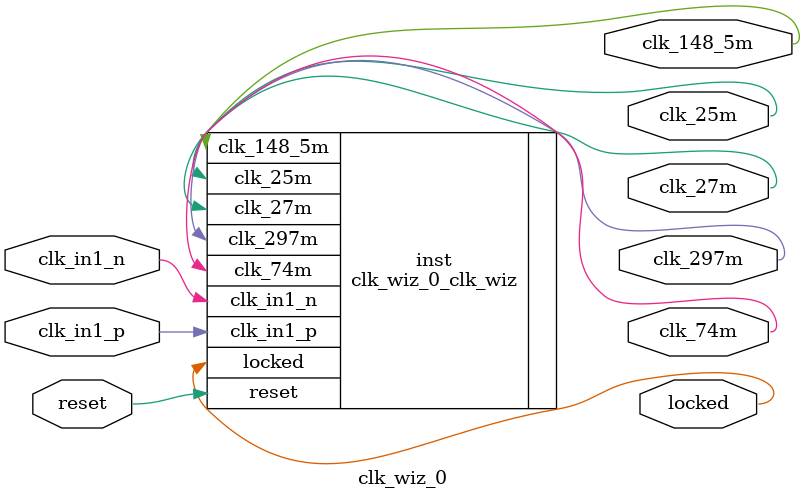
<source format=v>


`timescale 1ps/1ps

(* CORE_GENERATION_INFO = "clk_wiz_0,clk_wiz_v6_0_13_0_0,{component_name=clk_wiz_0,use_phase_alignment=false,use_min_o_jitter=false,use_max_i_jitter=false,use_dyn_phase_shift=false,use_inclk_switchover=false,use_dyn_reconfig=false,enable_axi=0,feedback_source=FDBK_AUTO,PRIMITIVE=MMCM,num_out_clk=5,clkin1_period=5.000,clkin2_period=10.0,use_power_down=false,use_reset=true,use_locked=true,use_inclk_stopped=false,feedback_type=SINGLE,CLOCK_MGR_TYPE=NA,manual_override=false}" *)

module clk_wiz_0 
 (
  // Clock out ports
  output        clk_27m,
  output        clk_148_5m,
  output        clk_297m,
  output        clk_74m,
  output        clk_25m,
  // Status and control signals
  input         reset,
  output        locked,
 // Clock in ports
  input         clk_in1_p,
  input         clk_in1_n
 );

  clk_wiz_0_clk_wiz inst
  (
  // Clock out ports  
  .clk_27m(clk_27m),
  .clk_148_5m(clk_148_5m),
  .clk_297m(clk_297m),
  .clk_74m(clk_74m),
  .clk_25m(clk_25m),
  // Status and control signals               
  .reset(reset), 
  .locked(locked),
 // Clock in ports
  .clk_in1_p(clk_in1_p),
  .clk_in1_n(clk_in1_n)
  );

endmodule

</source>
